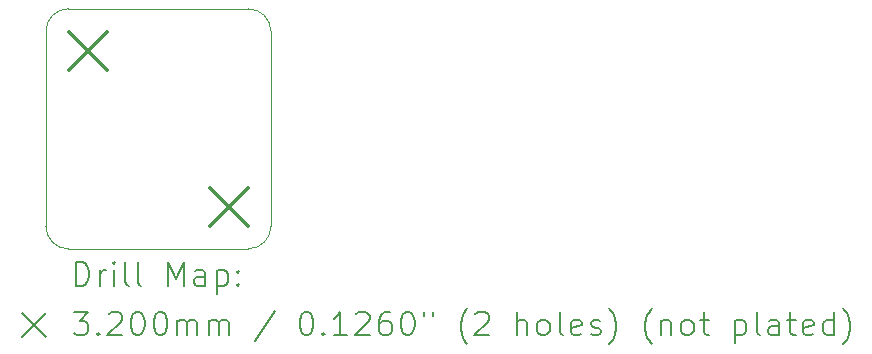
<source format=gbr>
%FSLAX45Y45*%
G04 Gerber Fmt 4.5, Leading zero omitted, Abs format (unit mm)*
G04 Created by KiCad (PCBNEW 6.0.4-6f826c9f35~116~ubuntu20.04.1) date 2022-05-16 21:48:50*
%MOMM*%
%LPD*%
G01*
G04 APERTURE LIST*
%TA.AperFunction,Profile*%
%ADD10C,0.050000*%
%TD*%
%ADD11C,0.200000*%
%ADD12C,0.320000*%
G04 APERTURE END LIST*
D10*
X8128000Y-6858000D02*
X9652000Y-6858000D01*
X9652000Y-8890000D02*
G75*
G03*
X9842500Y-8699500I0J190500D01*
G01*
X7937500Y-7048500D02*
X7937500Y-8699500D01*
X7937500Y-8699500D02*
G75*
G03*
X8128000Y-8890000I190500J0D01*
G01*
X8128000Y-8890000D02*
X9652000Y-8890000D01*
X9842500Y-8699500D02*
X9842500Y-7048500D01*
X9842500Y-7048500D02*
G75*
G03*
X9652000Y-6858000I-190500J0D01*
G01*
X8128000Y-6858000D02*
G75*
G03*
X7937500Y-7048500I0J-190500D01*
G01*
D11*
D12*
X8133100Y-7053600D02*
X8453100Y-7373600D01*
X8453100Y-7053600D02*
X8133100Y-7373600D01*
X9326900Y-8374400D02*
X9646900Y-8694400D01*
X9646900Y-8374400D02*
X9326900Y-8694400D01*
D11*
X8192619Y-9202976D02*
X8192619Y-9002976D01*
X8240238Y-9002976D01*
X8268809Y-9012500D01*
X8287857Y-9031548D01*
X8297381Y-9050595D01*
X8306905Y-9088690D01*
X8306905Y-9117262D01*
X8297381Y-9155357D01*
X8287857Y-9174405D01*
X8268809Y-9193452D01*
X8240238Y-9202976D01*
X8192619Y-9202976D01*
X8392619Y-9202976D02*
X8392619Y-9069643D01*
X8392619Y-9107738D02*
X8402143Y-9088690D01*
X8411667Y-9079167D01*
X8430714Y-9069643D01*
X8449762Y-9069643D01*
X8516429Y-9202976D02*
X8516429Y-9069643D01*
X8516429Y-9002976D02*
X8506905Y-9012500D01*
X8516429Y-9022024D01*
X8525952Y-9012500D01*
X8516429Y-9002976D01*
X8516429Y-9022024D01*
X8640238Y-9202976D02*
X8621190Y-9193452D01*
X8611667Y-9174405D01*
X8611667Y-9002976D01*
X8745000Y-9202976D02*
X8725952Y-9193452D01*
X8716429Y-9174405D01*
X8716429Y-9002976D01*
X8973571Y-9202976D02*
X8973571Y-9002976D01*
X9040238Y-9145833D01*
X9106905Y-9002976D01*
X9106905Y-9202976D01*
X9287857Y-9202976D02*
X9287857Y-9098214D01*
X9278333Y-9079167D01*
X9259286Y-9069643D01*
X9221190Y-9069643D01*
X9202143Y-9079167D01*
X9287857Y-9193452D02*
X9268810Y-9202976D01*
X9221190Y-9202976D01*
X9202143Y-9193452D01*
X9192619Y-9174405D01*
X9192619Y-9155357D01*
X9202143Y-9136310D01*
X9221190Y-9126786D01*
X9268810Y-9126786D01*
X9287857Y-9117262D01*
X9383095Y-9069643D02*
X9383095Y-9269643D01*
X9383095Y-9079167D02*
X9402143Y-9069643D01*
X9440238Y-9069643D01*
X9459286Y-9079167D01*
X9468810Y-9088690D01*
X9478333Y-9107738D01*
X9478333Y-9164881D01*
X9468810Y-9183929D01*
X9459286Y-9193452D01*
X9440238Y-9202976D01*
X9402143Y-9202976D01*
X9383095Y-9193452D01*
X9564048Y-9183929D02*
X9573571Y-9193452D01*
X9564048Y-9202976D01*
X9554524Y-9193452D01*
X9564048Y-9183929D01*
X9564048Y-9202976D01*
X9564048Y-9079167D02*
X9573571Y-9088690D01*
X9564048Y-9098214D01*
X9554524Y-9088690D01*
X9564048Y-9079167D01*
X9564048Y-9098214D01*
X7735000Y-9432500D02*
X7935000Y-9632500D01*
X7935000Y-9432500D02*
X7735000Y-9632500D01*
X8173571Y-9422976D02*
X8297381Y-9422976D01*
X8230714Y-9499167D01*
X8259286Y-9499167D01*
X8278333Y-9508690D01*
X8287857Y-9518214D01*
X8297381Y-9537262D01*
X8297381Y-9584881D01*
X8287857Y-9603929D01*
X8278333Y-9613452D01*
X8259286Y-9622976D01*
X8202143Y-9622976D01*
X8183095Y-9613452D01*
X8173571Y-9603929D01*
X8383095Y-9603929D02*
X8392619Y-9613452D01*
X8383095Y-9622976D01*
X8373571Y-9613452D01*
X8383095Y-9603929D01*
X8383095Y-9622976D01*
X8468810Y-9442024D02*
X8478333Y-9432500D01*
X8497381Y-9422976D01*
X8545000Y-9422976D01*
X8564048Y-9432500D01*
X8573571Y-9442024D01*
X8583095Y-9461071D01*
X8583095Y-9480119D01*
X8573571Y-9508690D01*
X8459286Y-9622976D01*
X8583095Y-9622976D01*
X8706905Y-9422976D02*
X8725952Y-9422976D01*
X8745000Y-9432500D01*
X8754524Y-9442024D01*
X8764048Y-9461071D01*
X8773571Y-9499167D01*
X8773571Y-9546786D01*
X8764048Y-9584881D01*
X8754524Y-9603929D01*
X8745000Y-9613452D01*
X8725952Y-9622976D01*
X8706905Y-9622976D01*
X8687857Y-9613452D01*
X8678333Y-9603929D01*
X8668810Y-9584881D01*
X8659286Y-9546786D01*
X8659286Y-9499167D01*
X8668810Y-9461071D01*
X8678333Y-9442024D01*
X8687857Y-9432500D01*
X8706905Y-9422976D01*
X8897381Y-9422976D02*
X8916429Y-9422976D01*
X8935476Y-9432500D01*
X8945000Y-9442024D01*
X8954524Y-9461071D01*
X8964048Y-9499167D01*
X8964048Y-9546786D01*
X8954524Y-9584881D01*
X8945000Y-9603929D01*
X8935476Y-9613452D01*
X8916429Y-9622976D01*
X8897381Y-9622976D01*
X8878333Y-9613452D01*
X8868810Y-9603929D01*
X8859286Y-9584881D01*
X8849762Y-9546786D01*
X8849762Y-9499167D01*
X8859286Y-9461071D01*
X8868810Y-9442024D01*
X8878333Y-9432500D01*
X8897381Y-9422976D01*
X9049762Y-9622976D02*
X9049762Y-9489643D01*
X9049762Y-9508690D02*
X9059286Y-9499167D01*
X9078333Y-9489643D01*
X9106905Y-9489643D01*
X9125952Y-9499167D01*
X9135476Y-9518214D01*
X9135476Y-9622976D01*
X9135476Y-9518214D02*
X9145000Y-9499167D01*
X9164048Y-9489643D01*
X9192619Y-9489643D01*
X9211667Y-9499167D01*
X9221190Y-9518214D01*
X9221190Y-9622976D01*
X9316429Y-9622976D02*
X9316429Y-9489643D01*
X9316429Y-9508690D02*
X9325952Y-9499167D01*
X9345000Y-9489643D01*
X9373571Y-9489643D01*
X9392619Y-9499167D01*
X9402143Y-9518214D01*
X9402143Y-9622976D01*
X9402143Y-9518214D02*
X9411667Y-9499167D01*
X9430714Y-9489643D01*
X9459286Y-9489643D01*
X9478333Y-9499167D01*
X9487857Y-9518214D01*
X9487857Y-9622976D01*
X9878333Y-9413452D02*
X9706905Y-9670595D01*
X10135476Y-9422976D02*
X10154524Y-9422976D01*
X10173571Y-9432500D01*
X10183095Y-9442024D01*
X10192619Y-9461071D01*
X10202143Y-9499167D01*
X10202143Y-9546786D01*
X10192619Y-9584881D01*
X10183095Y-9603929D01*
X10173571Y-9613452D01*
X10154524Y-9622976D01*
X10135476Y-9622976D01*
X10116429Y-9613452D01*
X10106905Y-9603929D01*
X10097381Y-9584881D01*
X10087857Y-9546786D01*
X10087857Y-9499167D01*
X10097381Y-9461071D01*
X10106905Y-9442024D01*
X10116429Y-9432500D01*
X10135476Y-9422976D01*
X10287857Y-9603929D02*
X10297381Y-9613452D01*
X10287857Y-9622976D01*
X10278333Y-9613452D01*
X10287857Y-9603929D01*
X10287857Y-9622976D01*
X10487857Y-9622976D02*
X10373571Y-9622976D01*
X10430714Y-9622976D02*
X10430714Y-9422976D01*
X10411667Y-9451548D01*
X10392619Y-9470595D01*
X10373571Y-9480119D01*
X10564048Y-9442024D02*
X10573571Y-9432500D01*
X10592619Y-9422976D01*
X10640238Y-9422976D01*
X10659286Y-9432500D01*
X10668810Y-9442024D01*
X10678333Y-9461071D01*
X10678333Y-9480119D01*
X10668810Y-9508690D01*
X10554524Y-9622976D01*
X10678333Y-9622976D01*
X10849762Y-9422976D02*
X10811667Y-9422976D01*
X10792619Y-9432500D01*
X10783095Y-9442024D01*
X10764048Y-9470595D01*
X10754524Y-9508690D01*
X10754524Y-9584881D01*
X10764048Y-9603929D01*
X10773571Y-9613452D01*
X10792619Y-9622976D01*
X10830714Y-9622976D01*
X10849762Y-9613452D01*
X10859286Y-9603929D01*
X10868810Y-9584881D01*
X10868810Y-9537262D01*
X10859286Y-9518214D01*
X10849762Y-9508690D01*
X10830714Y-9499167D01*
X10792619Y-9499167D01*
X10773571Y-9508690D01*
X10764048Y-9518214D01*
X10754524Y-9537262D01*
X10992619Y-9422976D02*
X11011667Y-9422976D01*
X11030714Y-9432500D01*
X11040238Y-9442024D01*
X11049762Y-9461071D01*
X11059286Y-9499167D01*
X11059286Y-9546786D01*
X11049762Y-9584881D01*
X11040238Y-9603929D01*
X11030714Y-9613452D01*
X11011667Y-9622976D01*
X10992619Y-9622976D01*
X10973571Y-9613452D01*
X10964048Y-9603929D01*
X10954524Y-9584881D01*
X10945000Y-9546786D01*
X10945000Y-9499167D01*
X10954524Y-9461071D01*
X10964048Y-9442024D01*
X10973571Y-9432500D01*
X10992619Y-9422976D01*
X11135476Y-9422976D02*
X11135476Y-9461071D01*
X11211667Y-9422976D02*
X11211667Y-9461071D01*
X11506905Y-9699167D02*
X11497381Y-9689643D01*
X11478333Y-9661071D01*
X11468809Y-9642024D01*
X11459286Y-9613452D01*
X11449762Y-9565833D01*
X11449762Y-9527738D01*
X11459286Y-9480119D01*
X11468809Y-9451548D01*
X11478333Y-9432500D01*
X11497381Y-9403929D01*
X11506905Y-9394405D01*
X11573571Y-9442024D02*
X11583095Y-9432500D01*
X11602143Y-9422976D01*
X11649762Y-9422976D01*
X11668809Y-9432500D01*
X11678333Y-9442024D01*
X11687857Y-9461071D01*
X11687857Y-9480119D01*
X11678333Y-9508690D01*
X11564048Y-9622976D01*
X11687857Y-9622976D01*
X11925952Y-9622976D02*
X11925952Y-9422976D01*
X12011667Y-9622976D02*
X12011667Y-9518214D01*
X12002143Y-9499167D01*
X11983095Y-9489643D01*
X11954524Y-9489643D01*
X11935476Y-9499167D01*
X11925952Y-9508690D01*
X12135476Y-9622976D02*
X12116428Y-9613452D01*
X12106905Y-9603929D01*
X12097381Y-9584881D01*
X12097381Y-9527738D01*
X12106905Y-9508690D01*
X12116428Y-9499167D01*
X12135476Y-9489643D01*
X12164048Y-9489643D01*
X12183095Y-9499167D01*
X12192619Y-9508690D01*
X12202143Y-9527738D01*
X12202143Y-9584881D01*
X12192619Y-9603929D01*
X12183095Y-9613452D01*
X12164048Y-9622976D01*
X12135476Y-9622976D01*
X12316428Y-9622976D02*
X12297381Y-9613452D01*
X12287857Y-9594405D01*
X12287857Y-9422976D01*
X12468809Y-9613452D02*
X12449762Y-9622976D01*
X12411667Y-9622976D01*
X12392619Y-9613452D01*
X12383095Y-9594405D01*
X12383095Y-9518214D01*
X12392619Y-9499167D01*
X12411667Y-9489643D01*
X12449762Y-9489643D01*
X12468809Y-9499167D01*
X12478333Y-9518214D01*
X12478333Y-9537262D01*
X12383095Y-9556310D01*
X12554524Y-9613452D02*
X12573571Y-9622976D01*
X12611667Y-9622976D01*
X12630714Y-9613452D01*
X12640238Y-9594405D01*
X12640238Y-9584881D01*
X12630714Y-9565833D01*
X12611667Y-9556310D01*
X12583095Y-9556310D01*
X12564048Y-9546786D01*
X12554524Y-9527738D01*
X12554524Y-9518214D01*
X12564048Y-9499167D01*
X12583095Y-9489643D01*
X12611667Y-9489643D01*
X12630714Y-9499167D01*
X12706905Y-9699167D02*
X12716428Y-9689643D01*
X12735476Y-9661071D01*
X12745000Y-9642024D01*
X12754524Y-9613452D01*
X12764048Y-9565833D01*
X12764048Y-9527738D01*
X12754524Y-9480119D01*
X12745000Y-9451548D01*
X12735476Y-9432500D01*
X12716428Y-9403929D01*
X12706905Y-9394405D01*
X13068809Y-9699167D02*
X13059286Y-9689643D01*
X13040238Y-9661071D01*
X13030714Y-9642024D01*
X13021190Y-9613452D01*
X13011667Y-9565833D01*
X13011667Y-9527738D01*
X13021190Y-9480119D01*
X13030714Y-9451548D01*
X13040238Y-9432500D01*
X13059286Y-9403929D01*
X13068809Y-9394405D01*
X13145000Y-9489643D02*
X13145000Y-9622976D01*
X13145000Y-9508690D02*
X13154524Y-9499167D01*
X13173571Y-9489643D01*
X13202143Y-9489643D01*
X13221190Y-9499167D01*
X13230714Y-9518214D01*
X13230714Y-9622976D01*
X13354524Y-9622976D02*
X13335476Y-9613452D01*
X13325952Y-9603929D01*
X13316428Y-9584881D01*
X13316428Y-9527738D01*
X13325952Y-9508690D01*
X13335476Y-9499167D01*
X13354524Y-9489643D01*
X13383095Y-9489643D01*
X13402143Y-9499167D01*
X13411667Y-9508690D01*
X13421190Y-9527738D01*
X13421190Y-9584881D01*
X13411667Y-9603929D01*
X13402143Y-9613452D01*
X13383095Y-9622976D01*
X13354524Y-9622976D01*
X13478333Y-9489643D02*
X13554524Y-9489643D01*
X13506905Y-9422976D02*
X13506905Y-9594405D01*
X13516428Y-9613452D01*
X13535476Y-9622976D01*
X13554524Y-9622976D01*
X13773571Y-9489643D02*
X13773571Y-9689643D01*
X13773571Y-9499167D02*
X13792619Y-9489643D01*
X13830714Y-9489643D01*
X13849762Y-9499167D01*
X13859286Y-9508690D01*
X13868809Y-9527738D01*
X13868809Y-9584881D01*
X13859286Y-9603929D01*
X13849762Y-9613452D01*
X13830714Y-9622976D01*
X13792619Y-9622976D01*
X13773571Y-9613452D01*
X13983095Y-9622976D02*
X13964048Y-9613452D01*
X13954524Y-9594405D01*
X13954524Y-9422976D01*
X14145000Y-9622976D02*
X14145000Y-9518214D01*
X14135476Y-9499167D01*
X14116428Y-9489643D01*
X14078333Y-9489643D01*
X14059286Y-9499167D01*
X14145000Y-9613452D02*
X14125952Y-9622976D01*
X14078333Y-9622976D01*
X14059286Y-9613452D01*
X14049762Y-9594405D01*
X14049762Y-9575357D01*
X14059286Y-9556310D01*
X14078333Y-9546786D01*
X14125952Y-9546786D01*
X14145000Y-9537262D01*
X14211667Y-9489643D02*
X14287857Y-9489643D01*
X14240238Y-9422976D02*
X14240238Y-9594405D01*
X14249762Y-9613452D01*
X14268809Y-9622976D01*
X14287857Y-9622976D01*
X14430714Y-9613452D02*
X14411667Y-9622976D01*
X14373571Y-9622976D01*
X14354524Y-9613452D01*
X14345000Y-9594405D01*
X14345000Y-9518214D01*
X14354524Y-9499167D01*
X14373571Y-9489643D01*
X14411667Y-9489643D01*
X14430714Y-9499167D01*
X14440238Y-9518214D01*
X14440238Y-9537262D01*
X14345000Y-9556310D01*
X14611667Y-9622976D02*
X14611667Y-9422976D01*
X14611667Y-9613452D02*
X14592619Y-9622976D01*
X14554524Y-9622976D01*
X14535476Y-9613452D01*
X14525952Y-9603929D01*
X14516428Y-9584881D01*
X14516428Y-9527738D01*
X14525952Y-9508690D01*
X14535476Y-9499167D01*
X14554524Y-9489643D01*
X14592619Y-9489643D01*
X14611667Y-9499167D01*
X14687857Y-9699167D02*
X14697381Y-9689643D01*
X14716428Y-9661071D01*
X14725952Y-9642024D01*
X14735476Y-9613452D01*
X14745000Y-9565833D01*
X14745000Y-9527738D01*
X14735476Y-9480119D01*
X14725952Y-9451548D01*
X14716428Y-9432500D01*
X14697381Y-9403929D01*
X14687857Y-9394405D01*
M02*

</source>
